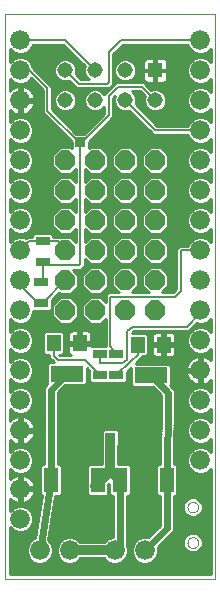
<source format=gbl>
G75*
%MOIN*%
%OFA0B0*%
%FSLAX24Y24*%
%IPPOS*%
%LPD*%
%AMOC8*
5,1,8,0,0,1.08239X$1,22.5*
%
%ADD10C,0.0000*%
%ADD11C,0.0515*%
%ADD12R,0.0515X0.0515*%
%ADD13R,0.1102X0.0551*%
%ADD14R,0.0472X0.0551*%
%ADD15R,0.0500X0.0827*%
%ADD16C,0.0660*%
%ADD17R,0.0472X0.0315*%
%ADD18OC8,0.0660*%
%ADD19C,0.0100*%
%ADD20C,0.0240*%
%ADD21C,0.0080*%
%ADD22R,0.0356X0.0356*%
%ADD23C,0.0320*%
D10*
X000150Y000200D02*
X000150Y019020D01*
X007142Y019020D01*
X007142Y000200D01*
X000150Y000200D01*
X006223Y001409D02*
X006225Y001435D01*
X006231Y001461D01*
X006241Y001486D01*
X006254Y001509D01*
X006270Y001529D01*
X006290Y001547D01*
X006312Y001562D01*
X006335Y001574D01*
X006361Y001582D01*
X006387Y001586D01*
X006413Y001586D01*
X006439Y001582D01*
X006465Y001574D01*
X006489Y001562D01*
X006510Y001547D01*
X006530Y001529D01*
X006546Y001509D01*
X006559Y001486D01*
X006569Y001461D01*
X006575Y001435D01*
X006577Y001409D01*
X006575Y001383D01*
X006569Y001357D01*
X006559Y001332D01*
X006546Y001309D01*
X006530Y001289D01*
X006510Y001271D01*
X006488Y001256D01*
X006465Y001244D01*
X006439Y001236D01*
X006413Y001232D01*
X006387Y001232D01*
X006361Y001236D01*
X006335Y001244D01*
X006311Y001256D01*
X006290Y001271D01*
X006270Y001289D01*
X006254Y001309D01*
X006241Y001332D01*
X006231Y001357D01*
X006225Y001383D01*
X006223Y001409D01*
X006223Y002591D02*
X006225Y002617D01*
X006231Y002643D01*
X006241Y002668D01*
X006254Y002691D01*
X006270Y002711D01*
X006290Y002729D01*
X006312Y002744D01*
X006335Y002756D01*
X006361Y002764D01*
X006387Y002768D01*
X006413Y002768D01*
X006439Y002764D01*
X006465Y002756D01*
X006489Y002744D01*
X006510Y002729D01*
X006530Y002711D01*
X006546Y002691D01*
X006559Y002668D01*
X006569Y002643D01*
X006575Y002617D01*
X006577Y002591D01*
X006575Y002565D01*
X006569Y002539D01*
X006559Y002514D01*
X006546Y002491D01*
X006530Y002471D01*
X006510Y002453D01*
X006488Y002438D01*
X006465Y002426D01*
X006439Y002418D01*
X006413Y002414D01*
X006387Y002414D01*
X006361Y002418D01*
X006335Y002426D01*
X006311Y002438D01*
X006290Y002453D01*
X006270Y002471D01*
X006254Y002491D01*
X006241Y002514D01*
X006231Y002539D01*
X006225Y002565D01*
X006223Y002591D01*
D11*
X005150Y016150D03*
X004150Y016150D03*
X004150Y017150D03*
X003150Y017150D03*
X003150Y016150D03*
X002150Y016150D03*
X002150Y017150D03*
D12*
X005150Y017150D03*
D13*
X005000Y006988D03*
X002200Y007038D03*
D14*
X001767Y008062D03*
X002633Y008062D03*
X004567Y008012D03*
X005433Y008012D03*
D15*
X005530Y003500D03*
X003970Y003500D03*
X003230Y003500D03*
X001670Y003500D03*
D16*
X000650Y003200D03*
X000650Y004150D03*
X000650Y005150D03*
X000650Y006150D03*
X000650Y007150D03*
X000650Y008150D03*
X000650Y009150D03*
X000650Y010150D03*
X000650Y011150D03*
X000650Y012150D03*
X000650Y013150D03*
X000650Y014150D03*
X000650Y015150D03*
X000650Y016150D03*
X000650Y017150D03*
X000650Y018150D03*
X006650Y018150D03*
X006650Y017150D03*
X006650Y016150D03*
X006650Y015150D03*
X006650Y014150D03*
X006650Y013150D03*
X006650Y012150D03*
X006650Y011150D03*
X006650Y010150D03*
X006650Y009150D03*
X006650Y008150D03*
X006650Y007150D03*
X006650Y006150D03*
X006650Y005150D03*
X006650Y004150D03*
X004800Y001150D03*
X003800Y001150D03*
X002300Y001150D03*
X001300Y001150D03*
X000650Y002200D03*
D17*
X003300Y006996D03*
X003300Y007704D03*
X003850Y007704D03*
X003850Y006996D03*
X001400Y010746D03*
X001350Y010104D03*
X001350Y009396D03*
X001400Y011454D03*
D18*
X002150Y011150D03*
X002150Y010150D03*
X002150Y009150D03*
X003150Y009150D03*
X003150Y010150D03*
X003150Y011150D03*
X003150Y012150D03*
X003150Y013150D03*
X003150Y014150D03*
X002150Y014150D03*
X002150Y013150D03*
X002150Y012150D03*
X004150Y012150D03*
X004150Y011150D03*
X004150Y010150D03*
X004150Y009150D03*
X005150Y009150D03*
X005150Y010150D03*
X005150Y011150D03*
X005150Y012150D03*
X005150Y013150D03*
X005150Y014150D03*
X004150Y014150D03*
X004150Y013150D03*
D19*
X004332Y013590D02*
X003968Y013590D01*
X003710Y013332D01*
X003710Y012968D01*
X003968Y012710D01*
X004332Y012710D01*
X004590Y012968D01*
X004590Y013332D01*
X004332Y013590D01*
X004332Y013710D02*
X004590Y013968D01*
X004590Y014332D01*
X004332Y014590D01*
X003968Y014590D01*
X003710Y014332D01*
X003710Y013968D01*
X003968Y013710D01*
X004332Y013710D01*
X004410Y013788D02*
X004890Y013788D01*
X004968Y013710D02*
X005332Y013710D01*
X005590Y013968D01*
X005590Y014332D01*
X005332Y014590D01*
X004968Y014590D01*
X004710Y014332D01*
X004710Y013968D01*
X004968Y013710D01*
X004968Y013590D02*
X004710Y013332D01*
X004710Y012968D01*
X004968Y012710D01*
X005332Y012710D01*
X005590Y012968D01*
X005590Y013332D01*
X005332Y013590D01*
X004968Y013590D01*
X004870Y013493D02*
X004430Y013493D01*
X004528Y013394D02*
X004772Y013394D01*
X004710Y013296D02*
X004590Y013296D01*
X004590Y013197D02*
X004710Y013197D01*
X004710Y013099D02*
X004590Y013099D01*
X004590Y013000D02*
X004710Y013000D01*
X004776Y012902D02*
X004524Y012902D01*
X004425Y012803D02*
X004875Y012803D01*
X004968Y012590D02*
X004710Y012332D01*
X004710Y011968D01*
X004968Y011710D01*
X005332Y011710D01*
X005590Y011968D01*
X005590Y012332D01*
X005332Y012590D01*
X004968Y012590D01*
X004885Y012508D02*
X004415Y012508D01*
X004332Y012590D02*
X003968Y012590D01*
X003710Y012332D01*
X003710Y011968D01*
X003968Y011710D01*
X004332Y011710D01*
X004590Y011968D01*
X004590Y012332D01*
X004332Y012590D01*
X004513Y012409D02*
X004787Y012409D01*
X004710Y012311D02*
X004590Y012311D01*
X004590Y012212D02*
X004710Y012212D01*
X004710Y012114D02*
X004590Y012114D01*
X004590Y012015D02*
X004710Y012015D01*
X004761Y011917D02*
X004539Y011917D01*
X004440Y011818D02*
X004860Y011818D01*
X004958Y011720D02*
X004342Y011720D01*
X004332Y011590D02*
X003968Y011590D01*
X003710Y011332D01*
X003710Y010968D01*
X003968Y010710D01*
X004332Y010710D01*
X004590Y010968D01*
X004590Y011332D01*
X004332Y011590D01*
X004400Y011523D02*
X004900Y011523D01*
X004968Y011590D02*
X004710Y011332D01*
X004710Y010968D01*
X004968Y010710D01*
X005332Y010710D01*
X005590Y010968D01*
X005590Y011332D01*
X005332Y011590D01*
X004968Y011590D01*
X004802Y011424D02*
X004498Y011424D01*
X004590Y011326D02*
X004710Y011326D01*
X004710Y011227D02*
X004590Y011227D01*
X004590Y011129D02*
X004710Y011129D01*
X004710Y011030D02*
X004590Y011030D01*
X004554Y010932D02*
X004746Y010932D01*
X004845Y010833D02*
X004455Y010833D01*
X004357Y010735D02*
X004943Y010735D01*
X004968Y010590D02*
X004710Y010332D01*
X004710Y009968D01*
X004928Y009750D01*
X004372Y009750D01*
X004590Y009968D01*
X004590Y010332D01*
X004332Y010590D01*
X003968Y010590D01*
X003710Y010332D01*
X003710Y009968D01*
X003928Y009750D01*
X003588Y009750D01*
X003500Y009662D01*
X003500Y009422D01*
X003332Y009590D01*
X002968Y009590D01*
X002710Y009332D01*
X002710Y008968D01*
X002968Y008710D01*
X003332Y008710D01*
X003500Y008878D01*
X003500Y007972D01*
X003019Y007972D01*
X003019Y008012D01*
X002683Y008012D01*
X002683Y008112D01*
X002583Y008112D01*
X002583Y008487D01*
X002377Y008487D01*
X002339Y008477D01*
X002305Y008457D01*
X002277Y008430D01*
X002257Y008395D01*
X002247Y008357D01*
X002247Y008112D01*
X002583Y008112D01*
X002583Y008012D01*
X002247Y008012D01*
X002247Y007766D01*
X002257Y007728D01*
X002277Y007694D01*
X002305Y007666D01*
X002333Y007650D01*
X001962Y007650D01*
X001936Y007676D01*
X002049Y007676D01*
X002113Y007741D01*
X002113Y008383D01*
X002049Y008447D01*
X001485Y008447D01*
X001421Y008383D01*
X001421Y007741D01*
X001485Y007676D01*
X001617Y007676D01*
X001617Y007571D01*
X001705Y007483D01*
X001764Y007424D01*
X001603Y007424D01*
X001539Y007359D01*
X001539Y006717D01*
X001546Y006710D01*
X001440Y006604D01*
X001440Y004023D01*
X001375Y004023D01*
X001310Y003959D01*
X001310Y003041D01*
X001359Y002993D01*
X001135Y001558D01*
X001051Y001523D01*
X000927Y001399D01*
X000860Y001238D01*
X000860Y001062D01*
X000927Y000901D01*
X001051Y000777D01*
X001212Y000710D01*
X001388Y000710D01*
X001549Y000777D01*
X001673Y000901D01*
X001740Y001062D01*
X001740Y001238D01*
X001673Y001399D01*
X001589Y001483D01*
X001822Y002977D01*
X001966Y002977D01*
X002030Y003041D01*
X002030Y003959D01*
X001966Y004023D01*
X001900Y004023D01*
X001900Y006413D01*
X002140Y006653D01*
X002797Y006653D01*
X002861Y006717D01*
X002861Y007222D01*
X002954Y007130D01*
X002954Y006793D01*
X003018Y006728D01*
X004132Y006728D01*
X004196Y006793D01*
X004196Y007105D01*
X004339Y007234D01*
X004339Y006667D01*
X004403Y006603D01*
X005060Y006603D01*
X005348Y006315D01*
X005308Y004023D01*
X005234Y004023D01*
X005170Y003959D01*
X005170Y003041D01*
X005234Y002977D01*
X005300Y002977D01*
X005300Y001975D01*
X004907Y001582D01*
X004888Y001590D01*
X004712Y001590D01*
X004551Y001523D01*
X004427Y001399D01*
X004360Y001238D01*
X004360Y001062D01*
X004427Y000901D01*
X004551Y000777D01*
X004712Y000710D01*
X004888Y000710D01*
X005049Y000777D01*
X005173Y000901D01*
X005240Y001062D01*
X005240Y001238D01*
X005232Y001257D01*
X005760Y001784D01*
X005760Y002977D01*
X005825Y002977D01*
X005890Y003041D01*
X005890Y003959D01*
X005825Y004023D01*
X005769Y004023D01*
X005808Y006312D01*
X005810Y006313D01*
X005810Y006407D01*
X005811Y006500D01*
X005810Y006502D01*
X005810Y006504D01*
X005744Y006570D01*
X005679Y006637D01*
X005676Y006637D01*
X005654Y006660D01*
X005661Y006667D01*
X005661Y007309D01*
X005597Y007374D01*
X004494Y007374D01*
X004497Y007376D01*
X004497Y007380D01*
X004500Y007384D01*
X004500Y007388D01*
X004629Y007517D01*
X004717Y007605D01*
X004717Y007626D01*
X004849Y007626D01*
X004913Y007691D01*
X004913Y008333D01*
X004849Y008397D01*
X004380Y008397D01*
X004450Y008450D01*
X006262Y008450D01*
X006534Y008722D01*
X006562Y008710D01*
X006738Y008710D01*
X006899Y008777D01*
X006992Y008870D01*
X006992Y008430D01*
X006899Y008523D01*
X006738Y008590D01*
X006562Y008590D01*
X006401Y008523D01*
X006277Y008399D01*
X006210Y008238D01*
X006210Y008062D01*
X006277Y007901D01*
X006401Y007777D01*
X006562Y007710D01*
X006738Y007710D01*
X006899Y007777D01*
X006992Y007870D01*
X006992Y007487D01*
X006963Y007516D01*
X006902Y007561D01*
X006834Y007595D01*
X006762Y007618D01*
X006698Y007628D01*
X006698Y007198D01*
X006602Y007198D01*
X006602Y007102D01*
X006698Y007102D01*
X006698Y006672D01*
X006762Y006682D01*
X006834Y006705D01*
X006902Y006739D01*
X006963Y006784D01*
X006992Y006813D01*
X006992Y006430D01*
X006899Y006523D01*
X006738Y006590D01*
X006562Y006590D01*
X006401Y006523D01*
X006277Y006399D01*
X006210Y006238D01*
X006210Y006062D01*
X006277Y005901D01*
X006401Y005777D01*
X006562Y005710D01*
X006738Y005710D01*
X006899Y005777D01*
X006992Y005870D01*
X006992Y005430D01*
X006899Y005523D01*
X006738Y005590D01*
X006562Y005590D01*
X006401Y005523D01*
X006277Y005399D01*
X006210Y005238D01*
X006210Y005062D01*
X006277Y004901D01*
X006401Y004777D01*
X006562Y004710D01*
X006738Y004710D01*
X006899Y004777D01*
X006992Y004870D01*
X006992Y004430D01*
X006899Y004523D01*
X006738Y004590D01*
X006562Y004590D01*
X006401Y004523D01*
X006277Y004399D01*
X006210Y004238D01*
X006210Y004062D01*
X006277Y003901D01*
X006401Y003777D01*
X006562Y003710D01*
X006738Y003710D01*
X006899Y003777D01*
X006992Y003870D01*
X006992Y000350D01*
X000300Y000350D01*
X000300Y001928D01*
X000401Y001827D01*
X000562Y001760D01*
X000738Y001760D01*
X000899Y001827D01*
X001023Y001951D01*
X001090Y002112D01*
X001090Y002288D01*
X001023Y002449D01*
X000899Y002573D01*
X000738Y002640D01*
X000562Y002640D01*
X000401Y002573D01*
X000300Y002472D01*
X000300Y002871D01*
X000337Y002834D01*
X000398Y002789D01*
X000466Y002755D01*
X000538Y002732D01*
X000602Y002722D01*
X000602Y003152D01*
X000698Y003152D01*
X000698Y003248D01*
X000602Y003248D01*
X000602Y003678D01*
X000538Y003668D01*
X000466Y003645D01*
X000398Y003611D01*
X000337Y003566D01*
X000300Y003529D01*
X000300Y003878D01*
X000401Y003777D01*
X000562Y003710D01*
X000738Y003710D01*
X000899Y003777D01*
X001023Y003901D01*
X001090Y004062D01*
X001090Y004238D01*
X001023Y004399D01*
X000899Y004523D01*
X000738Y004590D01*
X000562Y004590D01*
X000401Y004523D01*
X000300Y004422D01*
X000300Y004821D01*
X000337Y004784D01*
X000398Y004739D01*
X000466Y004705D01*
X000538Y004682D01*
X000602Y004672D01*
X000602Y005102D01*
X000698Y005102D01*
X000698Y005198D01*
X000602Y005198D01*
X000602Y005628D01*
X000538Y005618D01*
X000466Y005595D01*
X000398Y005561D01*
X000337Y005516D01*
X000300Y005479D01*
X000300Y005878D01*
X000401Y005777D01*
X000562Y005710D01*
X000738Y005710D01*
X000899Y005777D01*
X001023Y005901D01*
X001090Y006062D01*
X001090Y006238D01*
X001023Y006399D01*
X000899Y006523D01*
X000738Y006590D01*
X000562Y006590D01*
X000401Y006523D01*
X000300Y006422D01*
X000300Y006878D01*
X000401Y006777D01*
X000562Y006710D01*
X000738Y006710D01*
X000899Y006777D01*
X001023Y006901D01*
X001090Y007062D01*
X001090Y007238D01*
X001023Y007399D01*
X000899Y007523D01*
X000738Y007590D01*
X000562Y007590D01*
X000401Y007523D01*
X000300Y007422D01*
X000300Y007878D01*
X000401Y007777D01*
X000562Y007710D01*
X000738Y007710D01*
X000899Y007777D01*
X001023Y007901D01*
X001090Y008062D01*
X001090Y008238D01*
X001023Y008399D01*
X000899Y008523D01*
X000738Y008590D01*
X000562Y008590D01*
X000401Y008523D01*
X000300Y008422D01*
X000300Y008878D01*
X000401Y008777D01*
X000562Y008710D01*
X000738Y008710D01*
X000899Y008777D01*
X001023Y008901D01*
X001090Y009062D01*
X001090Y009128D01*
X001632Y009128D01*
X001696Y009193D01*
X001696Y009484D01*
X001945Y009733D01*
X001968Y009710D01*
X002332Y009710D01*
X002590Y009968D01*
X002590Y010332D01*
X002422Y010500D01*
X002662Y010500D01*
X002712Y010550D01*
X002800Y010638D01*
X002800Y010878D01*
X002968Y010710D01*
X003332Y010710D01*
X003590Y010968D01*
X003590Y011332D01*
X003332Y011590D01*
X002968Y011590D01*
X002800Y011422D01*
X002800Y011878D01*
X002968Y011710D01*
X003332Y011710D01*
X003590Y011968D01*
X003590Y012332D01*
X003332Y012590D01*
X002968Y012590D01*
X002800Y012422D01*
X002800Y012878D01*
X002968Y012710D01*
X003332Y012710D01*
X003590Y012968D01*
X003590Y013332D01*
X003332Y013590D01*
X002968Y013590D01*
X002800Y013422D01*
X002800Y013878D01*
X002968Y013710D01*
X003332Y013710D01*
X003590Y013968D01*
X003590Y014332D01*
X003332Y014590D01*
X002968Y014590D01*
X002938Y014560D01*
X002938Y014776D01*
X003750Y015588D01*
X003750Y016238D01*
X003816Y016304D01*
X003783Y016223D01*
X003783Y016077D01*
X003838Y015942D01*
X003942Y015838D01*
X004077Y015783D01*
X004223Y015783D01*
X004281Y015807D01*
X005000Y015088D01*
X005088Y015000D01*
X006236Y015000D01*
X006277Y014901D01*
X006401Y014777D01*
X006562Y014710D01*
X006738Y014710D01*
X006899Y014777D01*
X006992Y014870D01*
X006992Y014430D01*
X006899Y014523D01*
X006738Y014590D01*
X006562Y014590D01*
X006401Y014523D01*
X006277Y014399D01*
X006210Y014238D01*
X006210Y014062D01*
X006277Y013901D01*
X006401Y013777D01*
X006562Y013710D01*
X006738Y013710D01*
X006899Y013777D01*
X006992Y013870D01*
X006992Y013430D01*
X006899Y013523D01*
X006738Y013590D01*
X006562Y013590D01*
X006401Y013523D01*
X006277Y013399D01*
X006210Y013238D01*
X006210Y013062D01*
X006277Y012901D01*
X006401Y012777D01*
X006562Y012710D01*
X006738Y012710D01*
X006899Y012777D01*
X006992Y012870D01*
X006992Y012430D01*
X006899Y012523D01*
X006738Y012590D01*
X006562Y012590D01*
X006401Y012523D01*
X006277Y012399D01*
X006210Y012238D01*
X006210Y012062D01*
X006277Y011901D01*
X006401Y011777D01*
X006562Y011710D01*
X006738Y011710D01*
X006899Y011777D01*
X006992Y011870D01*
X006992Y011430D01*
X006899Y011523D01*
X006738Y011590D01*
X006562Y011590D01*
X006401Y011523D01*
X006277Y011399D01*
X006236Y011300D01*
X005938Y011300D01*
X005850Y011212D01*
X005850Y009862D01*
X005738Y009750D01*
X005372Y009750D01*
X005590Y009968D01*
X005590Y010332D01*
X005332Y010590D01*
X004968Y010590D01*
X004915Y010538D02*
X004385Y010538D01*
X004483Y010439D02*
X004817Y010439D01*
X004718Y010341D02*
X004582Y010341D01*
X004590Y010242D02*
X004710Y010242D01*
X004710Y010144D02*
X004590Y010144D01*
X004590Y010045D02*
X004710Y010045D01*
X004731Y009947D02*
X004569Y009947D01*
X004470Y009848D02*
X004830Y009848D01*
X005357Y010735D02*
X005850Y010735D01*
X005850Y010833D02*
X005455Y010833D01*
X005554Y010932D02*
X005850Y010932D01*
X005850Y011030D02*
X005590Y011030D01*
X005590Y011129D02*
X005850Y011129D01*
X005865Y011227D02*
X005590Y011227D01*
X005590Y011326D02*
X006246Y011326D01*
X006302Y011424D02*
X005498Y011424D01*
X005400Y011523D02*
X006400Y011523D01*
X006539Y011720D02*
X005342Y011720D01*
X005440Y011818D02*
X006360Y011818D01*
X006270Y011917D02*
X005539Y011917D01*
X005590Y012015D02*
X006230Y012015D01*
X006210Y012114D02*
X005590Y012114D01*
X005590Y012212D02*
X006210Y012212D01*
X006240Y012311D02*
X005590Y012311D01*
X005513Y012409D02*
X006287Y012409D01*
X006385Y012508D02*
X005415Y012508D01*
X005425Y012803D02*
X006375Y012803D01*
X006277Y012902D02*
X005524Y012902D01*
X005590Y013000D02*
X006236Y013000D01*
X006210Y013099D02*
X005590Y013099D01*
X005590Y013197D02*
X006210Y013197D01*
X006234Y013296D02*
X005590Y013296D01*
X005528Y013394D02*
X006275Y013394D01*
X006370Y013493D02*
X005430Y013493D01*
X005410Y013788D02*
X006390Y013788D01*
X006291Y013887D02*
X005509Y013887D01*
X005590Y013985D02*
X006242Y013985D01*
X006210Y014084D02*
X005590Y014084D01*
X005590Y014182D02*
X006210Y014182D01*
X006228Y014281D02*
X005590Y014281D01*
X005543Y014379D02*
X006269Y014379D01*
X006355Y014478D02*
X005445Y014478D01*
X005346Y014576D02*
X006529Y014576D01*
X006410Y014773D02*
X002938Y014773D01*
X002938Y014675D02*
X006992Y014675D01*
X006992Y014773D02*
X006890Y014773D01*
X006992Y014576D02*
X006771Y014576D01*
X006945Y014478D02*
X006992Y014478D01*
X006992Y013788D02*
X006910Y013788D01*
X006992Y013690D02*
X002800Y013690D01*
X002800Y013788D02*
X002890Y013788D01*
X002800Y013591D02*
X006992Y013591D01*
X006992Y013493D02*
X006930Y013493D01*
X006925Y012803D02*
X006992Y012803D01*
X006992Y012705D02*
X002800Y012705D01*
X002800Y012803D02*
X002875Y012803D01*
X002800Y012606D02*
X006992Y012606D01*
X006992Y012508D02*
X006915Y012508D01*
X006940Y011818D02*
X006992Y011818D01*
X006992Y011720D02*
X006761Y011720D01*
X006900Y011523D02*
X006992Y011523D01*
X006992Y011621D02*
X002800Y011621D01*
X002800Y011523D02*
X002900Y011523D01*
X002802Y011424D02*
X002800Y011424D01*
X002800Y011720D02*
X002958Y011720D01*
X002860Y011818D02*
X002800Y011818D01*
X002800Y012508D02*
X002885Y012508D01*
X002500Y012508D02*
X002415Y012508D01*
X002332Y012590D02*
X001968Y012590D01*
X001710Y012332D01*
X001710Y011968D01*
X001968Y011710D01*
X002332Y011710D01*
X002500Y011878D01*
X002500Y011422D01*
X002332Y011590D01*
X001972Y011590D01*
X001962Y011600D01*
X001746Y011600D01*
X001746Y011657D01*
X001682Y011722D01*
X001118Y011722D01*
X001054Y011657D01*
X001054Y011604D01*
X000892Y011604D01*
X000837Y011549D01*
X000738Y011590D01*
X000562Y011590D01*
X000401Y011523D01*
X000300Y011422D01*
X000300Y011878D01*
X000401Y011777D01*
X000562Y011710D01*
X000738Y011710D01*
X000899Y011777D01*
X001023Y011901D01*
X001090Y012062D01*
X001090Y012238D01*
X001023Y012399D01*
X000899Y012523D01*
X000738Y012590D01*
X000562Y012590D01*
X000401Y012523D01*
X000300Y012422D01*
X000300Y012878D01*
X000401Y012777D01*
X000562Y012710D01*
X000738Y012710D01*
X000899Y012777D01*
X001023Y012901D01*
X001090Y013062D01*
X001090Y013238D01*
X001023Y013399D01*
X000899Y013523D01*
X000738Y013590D01*
X000562Y013590D01*
X000401Y013523D01*
X000300Y013422D01*
X000300Y013878D01*
X000401Y013777D01*
X000562Y013710D01*
X000738Y013710D01*
X000899Y013777D01*
X001023Y013901D01*
X001090Y014062D01*
X001090Y014238D01*
X001023Y014399D01*
X000899Y014523D01*
X000738Y014590D01*
X000562Y014590D01*
X000401Y014523D01*
X000300Y014422D01*
X000300Y014878D01*
X000401Y014777D01*
X000562Y014710D01*
X000738Y014710D01*
X000899Y014777D01*
X001023Y014901D01*
X001090Y015062D01*
X001090Y015238D01*
X001023Y015399D01*
X000899Y015523D01*
X000738Y015590D01*
X000562Y015590D01*
X000401Y015523D01*
X000300Y015422D01*
X000300Y015821D01*
X000337Y015784D01*
X000398Y015739D01*
X000466Y015705D01*
X000538Y015682D01*
X000602Y015672D01*
X000602Y016102D01*
X000698Y016102D01*
X000698Y016198D01*
X000602Y016198D01*
X000602Y016628D01*
X000538Y016618D01*
X000466Y016595D01*
X000398Y016561D01*
X000337Y016516D01*
X000300Y016479D01*
X000300Y016878D01*
X000401Y016777D01*
X000562Y016710D01*
X000738Y016710D01*
X000899Y016777D01*
X001005Y016883D01*
X001400Y016488D01*
X001400Y015738D01*
X001488Y015650D01*
X002362Y014776D01*
X002362Y014560D01*
X002332Y014590D01*
X001968Y014590D01*
X001710Y014332D01*
X001710Y013968D01*
X001968Y013710D01*
X002332Y013710D01*
X002500Y013878D01*
X002500Y013422D01*
X002332Y013590D01*
X001968Y013590D01*
X001710Y013332D01*
X001710Y012968D01*
X001968Y012710D01*
X002332Y012710D01*
X002500Y012878D01*
X002500Y012422D01*
X002332Y012590D01*
X002425Y012803D02*
X002500Y012803D01*
X002500Y012705D02*
X000300Y012705D01*
X000300Y012803D02*
X000375Y012803D01*
X000300Y012606D02*
X002500Y012606D01*
X002500Y011818D02*
X002440Y011818D01*
X002500Y011720D02*
X002342Y011720D01*
X002400Y011523D02*
X002500Y011523D01*
X002500Y011621D02*
X001746Y011621D01*
X001684Y011720D02*
X001958Y011720D01*
X001860Y011818D02*
X000940Y011818D01*
X001030Y011917D02*
X001761Y011917D01*
X001710Y012015D02*
X001070Y012015D01*
X001090Y012114D02*
X001710Y012114D01*
X001710Y012212D02*
X001090Y012212D01*
X001060Y012311D02*
X001710Y012311D01*
X001787Y012409D02*
X001013Y012409D01*
X000915Y012508D02*
X001885Y012508D01*
X001875Y012803D02*
X000925Y012803D01*
X001023Y012902D02*
X001776Y012902D01*
X001710Y013000D02*
X001064Y013000D01*
X001090Y013099D02*
X001710Y013099D01*
X001710Y013197D02*
X001090Y013197D01*
X001066Y013296D02*
X001710Y013296D01*
X001772Y013394D02*
X001025Y013394D01*
X000930Y013493D02*
X001870Y013493D01*
X001890Y013788D02*
X000910Y013788D01*
X001009Y013887D02*
X001791Y013887D01*
X001710Y013985D02*
X001058Y013985D01*
X001090Y014084D02*
X001710Y014084D01*
X001710Y014182D02*
X001090Y014182D01*
X001072Y014281D02*
X001710Y014281D01*
X001757Y014379D02*
X001031Y014379D01*
X000945Y014478D02*
X001855Y014478D01*
X001954Y014576D02*
X000771Y014576D01*
X000890Y014773D02*
X002362Y014773D01*
X002362Y014675D02*
X000300Y014675D01*
X000300Y014773D02*
X000410Y014773D01*
X000300Y014576D02*
X000529Y014576D01*
X000355Y014478D02*
X000300Y014478D01*
X000300Y014872D02*
X000306Y014872D01*
X000300Y015463D02*
X000340Y015463D01*
X000300Y015561D02*
X000493Y015561D01*
X000602Y015758D02*
X000698Y015758D01*
X000698Y015672D02*
X000762Y015682D01*
X000834Y015705D01*
X000902Y015739D01*
X000963Y015784D01*
X001016Y015837D01*
X001061Y015898D01*
X001095Y015966D01*
X001118Y016038D01*
X001128Y016102D01*
X000698Y016102D01*
X000698Y015672D01*
X000807Y015561D02*
X001577Y015561D01*
X001675Y015463D02*
X000960Y015463D01*
X001038Y015364D02*
X001774Y015364D01*
X001872Y015266D02*
X001078Y015266D01*
X001090Y015167D02*
X001971Y015167D01*
X002069Y015069D02*
X001090Y015069D01*
X001052Y014970D02*
X002168Y014970D01*
X002266Y014872D02*
X000994Y014872D01*
X000927Y015758D02*
X001400Y015758D01*
X001400Y015857D02*
X001030Y015857D01*
X001089Y015955D02*
X001400Y015955D01*
X001400Y016054D02*
X001121Y016054D01*
X001128Y016198D02*
X001118Y016262D01*
X001095Y016334D01*
X001061Y016402D01*
X001016Y016463D01*
X000963Y016516D01*
X000902Y016561D01*
X000834Y016595D01*
X000762Y016618D01*
X000698Y016628D01*
X000698Y016198D01*
X001128Y016198D01*
X001120Y016251D02*
X001400Y016251D01*
X001400Y016349D02*
X001087Y016349D01*
X001027Y016448D02*
X001400Y016448D01*
X001342Y016546D02*
X000922Y016546D01*
X000817Y016743D02*
X001145Y016743D01*
X001046Y016842D02*
X000964Y016842D01*
X001100Y017212D02*
X001090Y017222D01*
X001090Y017238D01*
X001023Y017399D01*
X000899Y017523D01*
X000738Y017590D01*
X000562Y017590D01*
X000401Y017523D01*
X000300Y017422D01*
X000300Y017878D01*
X000401Y017777D01*
X000562Y017710D01*
X000738Y017710D01*
X000899Y017777D01*
X001023Y017901D01*
X001064Y018000D01*
X002088Y018000D01*
X002807Y017281D01*
X002783Y017223D01*
X002783Y017077D01*
X002838Y016942D01*
X002930Y016850D01*
X002662Y016850D01*
X002493Y017019D01*
X002517Y017077D01*
X002517Y017223D01*
X002462Y017358D01*
X002358Y017462D01*
X002223Y017517D01*
X002077Y017517D01*
X001942Y017462D01*
X001838Y017358D01*
X001783Y017223D01*
X001783Y017077D01*
X001838Y016942D01*
X001942Y016838D01*
X002077Y016783D01*
X002223Y016783D01*
X002281Y016807D01*
X002450Y016638D01*
X002538Y016550D01*
X003612Y016550D01*
X003662Y016600D01*
X003750Y016688D01*
X003750Y017688D01*
X004062Y018000D01*
X006236Y018000D01*
X006277Y017901D01*
X006401Y017777D01*
X006562Y017710D01*
X006738Y017710D01*
X006899Y017777D01*
X006992Y017870D01*
X006992Y017430D01*
X006899Y017523D01*
X006738Y017590D01*
X006562Y017590D01*
X006401Y017523D01*
X006277Y017399D01*
X006210Y017238D01*
X006210Y017062D01*
X006277Y016901D01*
X006401Y016777D01*
X006562Y016710D01*
X006738Y016710D01*
X006899Y016777D01*
X006992Y016870D01*
X006992Y016430D01*
X006899Y016523D01*
X006738Y016590D01*
X006562Y016590D01*
X006401Y016523D01*
X006277Y016399D01*
X006210Y016238D01*
X006210Y016062D01*
X006277Y015901D01*
X006401Y015777D01*
X006562Y015710D01*
X006738Y015710D01*
X006899Y015777D01*
X006992Y015870D01*
X006992Y015430D01*
X006899Y015523D01*
X006738Y015590D01*
X006562Y015590D01*
X006401Y015523D01*
X006277Y015399D01*
X006236Y015300D01*
X005212Y015300D01*
X004493Y016019D01*
X004517Y016077D01*
X004517Y016223D01*
X004462Y016358D01*
X004370Y016450D01*
X004638Y016450D01*
X004807Y016281D01*
X004783Y016223D01*
X004783Y016077D01*
X004838Y015942D01*
X004942Y015838D01*
X005077Y015783D01*
X005223Y015783D01*
X005358Y015838D01*
X005462Y015942D01*
X005517Y016077D01*
X005517Y016223D01*
X005462Y016358D01*
X005358Y016462D01*
X005223Y016517D01*
X005077Y016517D01*
X005019Y016493D01*
X004850Y016662D01*
X004762Y016750D01*
X003838Y016750D01*
X003538Y016450D01*
X003454Y016366D01*
X003358Y016462D01*
X003223Y016517D01*
X003077Y016517D01*
X002942Y016462D01*
X002838Y016358D01*
X002783Y016223D01*
X002783Y016077D01*
X002838Y015942D01*
X002942Y015838D01*
X003077Y015783D01*
X003223Y015783D01*
X003358Y015838D01*
X003450Y015930D01*
X003450Y015712D01*
X002776Y015038D01*
X002524Y015038D01*
X001700Y015862D01*
X001700Y016612D01*
X001100Y017212D01*
X001090Y017236D02*
X001788Y017236D01*
X001783Y017137D02*
X001175Y017137D01*
X001274Y017039D02*
X001798Y017039D01*
X001840Y016940D02*
X001372Y016940D01*
X001243Y016645D02*
X000300Y016645D01*
X000300Y016743D02*
X000483Y016743D01*
X000602Y016546D02*
X000698Y016546D01*
X000698Y016448D02*
X000602Y016448D01*
X000602Y016349D02*
X000698Y016349D01*
X000698Y016251D02*
X000602Y016251D01*
X000602Y016054D02*
X000698Y016054D01*
X000698Y016152D02*
X001400Y016152D01*
X001478Y015660D02*
X000300Y015660D01*
X000300Y015758D02*
X000373Y015758D01*
X000602Y015857D02*
X000698Y015857D01*
X000698Y015955D02*
X000602Y015955D01*
X000378Y016546D02*
X000300Y016546D01*
X000300Y016842D02*
X000336Y016842D01*
X000310Y017433D02*
X000300Y017433D01*
X000300Y017531D02*
X000420Y017531D01*
X000519Y017728D02*
X000300Y017728D01*
X000300Y017630D02*
X002458Y017630D01*
X002360Y017728D02*
X000781Y017728D01*
X000880Y017531D02*
X002557Y017531D01*
X002655Y017433D02*
X002387Y017433D01*
X002472Y017334D02*
X002754Y017334D01*
X002788Y017236D02*
X002512Y017236D01*
X002517Y017137D02*
X002783Y017137D01*
X002798Y017039D02*
X002502Y017039D01*
X002572Y016940D02*
X002840Y016940D01*
X002928Y016448D02*
X002372Y016448D01*
X002358Y016462D02*
X002223Y016517D01*
X002077Y016517D01*
X001942Y016462D01*
X001838Y016358D01*
X001783Y016223D01*
X001783Y016077D01*
X001838Y015942D01*
X001942Y015838D01*
X002077Y015783D01*
X002223Y015783D01*
X002358Y015838D01*
X002462Y015942D01*
X002517Y016077D01*
X002517Y016223D01*
X002462Y016358D01*
X002358Y016462D01*
X002443Y016645D02*
X001668Y016645D01*
X001700Y016546D02*
X003634Y016546D01*
X003707Y016645D02*
X003732Y016645D01*
X003750Y016743D02*
X003831Y016743D01*
X003750Y016842D02*
X003939Y016842D01*
X003942Y016838D02*
X004077Y016783D01*
X004223Y016783D01*
X004358Y016838D01*
X004462Y016942D01*
X004517Y017077D01*
X004517Y017223D01*
X004462Y017358D01*
X004358Y017462D01*
X004223Y017517D01*
X004077Y017517D01*
X003942Y017462D01*
X003838Y017358D01*
X003783Y017223D01*
X003783Y017077D01*
X003838Y016942D01*
X003942Y016838D01*
X003840Y016940D02*
X003750Y016940D01*
X003750Y017039D02*
X003798Y017039D01*
X003783Y017137D02*
X003750Y017137D01*
X003750Y017236D02*
X003788Y017236D01*
X003750Y017334D02*
X003828Y017334D01*
X003750Y017433D02*
X003913Y017433D01*
X003790Y017728D02*
X006519Y017728D01*
X006420Y017531D02*
X005493Y017531D01*
X005500Y017528D02*
X005465Y017547D01*
X005427Y017557D01*
X005179Y017557D01*
X005179Y017179D01*
X005557Y017179D01*
X005557Y017427D01*
X005547Y017465D01*
X005528Y017500D01*
X005500Y017528D01*
X005556Y017433D02*
X006310Y017433D01*
X006250Y017334D02*
X005557Y017334D01*
X005557Y017236D02*
X006210Y017236D01*
X006210Y017137D02*
X005179Y017137D01*
X005179Y017121D02*
X005179Y017179D01*
X005121Y017179D01*
X005121Y017557D01*
X004873Y017557D01*
X004835Y017547D01*
X004800Y017528D01*
X004772Y017500D01*
X004753Y017465D01*
X004743Y017427D01*
X004743Y017179D01*
X005121Y017179D01*
X005121Y017121D01*
X005179Y017121D01*
X005557Y017121D01*
X005557Y016873D01*
X005547Y016835D01*
X005528Y016800D01*
X005500Y016772D01*
X005465Y016753D01*
X005427Y016743D01*
X005179Y016743D01*
X005121Y016743D01*
X005121Y017121D01*
X004743Y017121D01*
X004743Y016873D01*
X004753Y016835D01*
X004772Y016800D01*
X004800Y016772D01*
X004835Y016753D01*
X004873Y016743D01*
X005121Y016743D01*
X005179Y016743D02*
X005179Y017121D01*
X005121Y017137D02*
X004517Y017137D01*
X004512Y017236D02*
X004743Y017236D01*
X004743Y017334D02*
X004472Y017334D01*
X004387Y017433D02*
X004744Y017433D01*
X004807Y017531D02*
X003750Y017531D01*
X003750Y017630D02*
X006992Y017630D01*
X006992Y017728D02*
X006781Y017728D01*
X006880Y017531D02*
X006992Y017531D01*
X006990Y017433D02*
X006992Y017433D01*
X006992Y017827D02*
X006949Y017827D01*
X006964Y016842D02*
X006992Y016842D01*
X006992Y016743D02*
X006817Y016743D01*
X006844Y016546D02*
X006992Y016546D01*
X006992Y016448D02*
X006975Y016448D01*
X006992Y016645D02*
X004868Y016645D01*
X004871Y016743D02*
X004769Y016743D01*
X004751Y016842D02*
X004361Y016842D01*
X004460Y016940D02*
X004743Y016940D01*
X004743Y017039D02*
X004502Y017039D01*
X004372Y016448D02*
X004640Y016448D01*
X004739Y016349D02*
X004465Y016349D01*
X004506Y016251D02*
X004794Y016251D01*
X004783Y016152D02*
X004517Y016152D01*
X004508Y016054D02*
X004792Y016054D01*
X004833Y015955D02*
X004557Y015955D01*
X004656Y015857D02*
X004924Y015857D01*
X004853Y015660D02*
X006992Y015660D01*
X006992Y015758D02*
X006853Y015758D01*
X006979Y015857D02*
X006992Y015857D01*
X006992Y015561D02*
X006807Y015561D01*
X006960Y015463D02*
X006992Y015463D01*
X006493Y015561D02*
X004951Y015561D01*
X005050Y015463D02*
X006340Y015463D01*
X006262Y015364D02*
X005148Y015364D01*
X005019Y015069D02*
X003231Y015069D01*
X003329Y015167D02*
X004921Y015167D01*
X004822Y015266D02*
X003428Y015266D01*
X003526Y015364D02*
X004724Y015364D01*
X004625Y015463D02*
X003625Y015463D01*
X003723Y015561D02*
X004527Y015561D01*
X004428Y015660D02*
X003750Y015660D01*
X003750Y015758D02*
X004330Y015758D01*
X003924Y015857D02*
X003750Y015857D01*
X003750Y015955D02*
X003833Y015955D01*
X003792Y016054D02*
X003750Y016054D01*
X003750Y016152D02*
X003783Y016152D01*
X003794Y016251D02*
X003763Y016251D01*
X003535Y016448D02*
X003372Y016448D01*
X003376Y015857D02*
X003450Y015857D01*
X003450Y015758D02*
X001804Y015758D01*
X001706Y015857D02*
X001924Y015857D01*
X001903Y015660D02*
X003397Y015660D01*
X003299Y015561D02*
X002001Y015561D01*
X002100Y015463D02*
X003200Y015463D01*
X003102Y015364D02*
X002198Y015364D01*
X002297Y015266D02*
X003003Y015266D01*
X002905Y015167D02*
X002395Y015167D01*
X002494Y015069D02*
X002806Y015069D01*
X003034Y014872D02*
X006306Y014872D01*
X006248Y014970D02*
X003132Y014970D01*
X002954Y014576D02*
X002938Y014576D01*
X003346Y014576D02*
X003954Y014576D01*
X003855Y014478D02*
X003445Y014478D01*
X003543Y014379D02*
X003757Y014379D01*
X003710Y014281D02*
X003590Y014281D01*
X003590Y014182D02*
X003710Y014182D01*
X003710Y014084D02*
X003590Y014084D01*
X003590Y013985D02*
X003710Y013985D01*
X003791Y013887D02*
X003509Y013887D01*
X003410Y013788D02*
X003890Y013788D01*
X003870Y013493D02*
X003430Y013493D01*
X003528Y013394D02*
X003772Y013394D01*
X003710Y013296D02*
X003590Y013296D01*
X003590Y013197D02*
X003710Y013197D01*
X003710Y013099D02*
X003590Y013099D01*
X003590Y013000D02*
X003710Y013000D01*
X003776Y012902D02*
X003524Y012902D01*
X003425Y012803D02*
X003875Y012803D01*
X003885Y012508D02*
X003415Y012508D01*
X003513Y012409D02*
X003787Y012409D01*
X003710Y012311D02*
X003590Y012311D01*
X003590Y012212D02*
X003710Y012212D01*
X003710Y012114D02*
X003590Y012114D01*
X003590Y012015D02*
X003710Y012015D01*
X003761Y011917D02*
X003539Y011917D01*
X003440Y011818D02*
X003860Y011818D01*
X003958Y011720D02*
X003342Y011720D01*
X003400Y011523D02*
X003900Y011523D01*
X003802Y011424D02*
X003498Y011424D01*
X003590Y011326D02*
X003710Y011326D01*
X003710Y011227D02*
X003590Y011227D01*
X003590Y011129D02*
X003710Y011129D01*
X003710Y011030D02*
X003590Y011030D01*
X003554Y010932D02*
X003746Y010932D01*
X003845Y010833D02*
X003455Y010833D01*
X003357Y010735D02*
X003943Y010735D01*
X003915Y010538D02*
X003385Y010538D01*
X003332Y010590D02*
X002968Y010590D01*
X002710Y010332D01*
X002710Y009968D01*
X002968Y009710D01*
X003332Y009710D01*
X003590Y009968D01*
X003590Y010332D01*
X003332Y010590D01*
X003483Y010439D02*
X003817Y010439D01*
X003718Y010341D02*
X003582Y010341D01*
X003590Y010242D02*
X003710Y010242D01*
X003710Y010144D02*
X003590Y010144D01*
X003590Y010045D02*
X003710Y010045D01*
X003731Y009947D02*
X003569Y009947D01*
X003470Y009848D02*
X003830Y009848D01*
X003587Y009750D02*
X003372Y009750D01*
X003370Y009553D02*
X003500Y009553D01*
X003500Y009651D02*
X001863Y009651D01*
X001930Y009553D02*
X001765Y009553D01*
X001832Y009454D02*
X001696Y009454D01*
X001696Y009356D02*
X001733Y009356D01*
X001710Y009332D02*
X001710Y008968D01*
X001968Y008710D01*
X002332Y008710D01*
X002590Y008968D01*
X002590Y009332D01*
X002332Y009590D01*
X001968Y009590D01*
X001710Y009332D01*
X001710Y009257D02*
X001696Y009257D01*
X001710Y009159D02*
X001662Y009159D01*
X001710Y009060D02*
X001089Y009060D01*
X001048Y008962D02*
X001716Y008962D01*
X001815Y008863D02*
X000985Y008863D01*
X000869Y008765D02*
X001913Y008765D01*
X002113Y008371D02*
X002250Y008371D01*
X002247Y008272D02*
X002113Y008272D01*
X002113Y008174D02*
X002247Y008174D01*
X002247Y007977D02*
X002113Y007977D01*
X002113Y008075D02*
X002583Y008075D01*
X002583Y008174D02*
X002683Y008174D01*
X002683Y008112D02*
X002683Y008487D01*
X002889Y008487D01*
X002927Y008477D01*
X002961Y008457D01*
X002989Y008430D01*
X003009Y008395D01*
X003019Y008357D01*
X003019Y008112D01*
X002683Y008112D01*
X002683Y008075D02*
X003500Y008075D01*
X003500Y007977D02*
X003019Y007977D01*
X003019Y008174D02*
X003500Y008174D01*
X003500Y008272D02*
X003019Y008272D01*
X003016Y008371D02*
X003500Y008371D01*
X003500Y008469D02*
X002941Y008469D01*
X002913Y008765D02*
X002387Y008765D01*
X002485Y008863D02*
X002815Y008863D01*
X002716Y008962D02*
X002584Y008962D01*
X002590Y009060D02*
X002710Y009060D01*
X002710Y009159D02*
X002590Y009159D01*
X002590Y009257D02*
X002710Y009257D01*
X002733Y009356D02*
X002567Y009356D01*
X002468Y009454D02*
X002832Y009454D01*
X002930Y009553D02*
X002370Y009553D01*
X002372Y009750D02*
X002928Y009750D01*
X002830Y009848D02*
X002470Y009848D01*
X002569Y009947D02*
X002731Y009947D01*
X002710Y010045D02*
X002590Y010045D01*
X002590Y010144D02*
X002710Y010144D01*
X002710Y010242D02*
X002590Y010242D01*
X002582Y010341D02*
X002718Y010341D01*
X002817Y010439D02*
X002483Y010439D01*
X002700Y010538D02*
X002915Y010538D01*
X002798Y010636D02*
X005850Y010636D01*
X005850Y010538D02*
X005385Y010538D01*
X005483Y010439D02*
X005850Y010439D01*
X005850Y010341D02*
X005582Y010341D01*
X005590Y010242D02*
X005850Y010242D01*
X005850Y010144D02*
X005590Y010144D01*
X005590Y010045D02*
X005850Y010045D01*
X005850Y009947D02*
X005569Y009947D01*
X005470Y009848D02*
X005836Y009848D01*
X006380Y008568D02*
X006508Y008568D01*
X006478Y008666D02*
X006992Y008666D01*
X006992Y008568D02*
X006792Y008568D01*
X006869Y008765D02*
X006992Y008765D01*
X006985Y008863D02*
X006992Y008863D01*
X006992Y008469D02*
X006953Y008469D01*
X006902Y007780D02*
X006992Y007780D01*
X006992Y007681D02*
X005810Y007681D01*
X005809Y007678D02*
X005819Y007716D01*
X005819Y007962D01*
X005483Y007962D01*
X005483Y008062D01*
X005383Y008062D01*
X005383Y008437D01*
X005177Y008437D01*
X005139Y008427D01*
X005105Y008407D01*
X005077Y008380D01*
X005057Y008345D01*
X005047Y008307D01*
X005047Y008062D01*
X005383Y008062D01*
X005383Y007962D01*
X005047Y007962D01*
X005047Y007716D01*
X005057Y007678D01*
X005077Y007644D01*
X005105Y007616D01*
X005139Y007596D01*
X005177Y007586D01*
X005383Y007586D01*
X005383Y007962D01*
X005483Y007962D01*
X005483Y007586D01*
X005689Y007586D01*
X005727Y007596D01*
X005761Y007616D01*
X005789Y007644D01*
X005809Y007678D01*
X005819Y007780D02*
X006398Y007780D01*
X006466Y007595D02*
X006398Y007561D01*
X006337Y007516D01*
X006284Y007463D01*
X006239Y007402D01*
X006205Y007334D01*
X006182Y007262D01*
X006172Y007198D01*
X006602Y007198D01*
X006602Y007628D01*
X006538Y007618D01*
X006466Y007595D01*
X006442Y007583D02*
X004695Y007583D01*
X004596Y007484D02*
X006305Y007484D01*
X006231Y007386D02*
X004500Y007386D01*
X004339Y007189D02*
X004288Y007189D01*
X004339Y007090D02*
X004196Y007090D01*
X004196Y006992D02*
X004339Y006992D01*
X004339Y006893D02*
X004196Y006893D01*
X004196Y006795D02*
X004339Y006795D01*
X004339Y006696D02*
X002840Y006696D01*
X002861Y006795D02*
X002954Y006795D01*
X002954Y006893D02*
X002861Y006893D01*
X002861Y006992D02*
X002954Y006992D01*
X002954Y007090D02*
X002861Y007090D01*
X002861Y007189D02*
X002895Y007189D01*
X002683Y008272D02*
X002583Y008272D01*
X002583Y008371D02*
X002683Y008371D01*
X002683Y008469D02*
X002583Y008469D01*
X002325Y008469D02*
X000953Y008469D01*
X001035Y008371D02*
X001421Y008371D01*
X001421Y008272D02*
X001076Y008272D01*
X001090Y008174D02*
X001421Y008174D01*
X001421Y008075D02*
X001090Y008075D01*
X001054Y007977D02*
X001421Y007977D01*
X001421Y007878D02*
X001000Y007878D01*
X000902Y007780D02*
X001421Y007780D01*
X001480Y007681D02*
X000300Y007681D01*
X000300Y007583D02*
X000544Y007583D01*
X000756Y007583D02*
X001617Y007583D01*
X001704Y007484D02*
X000938Y007484D01*
X001029Y007386D02*
X001565Y007386D01*
X001539Y007287D02*
X001070Y007287D01*
X001090Y007189D02*
X001539Y007189D01*
X001539Y007090D02*
X001090Y007090D01*
X001061Y006992D02*
X001539Y006992D01*
X001539Y006893D02*
X001015Y006893D01*
X000917Y006795D02*
X001539Y006795D01*
X001533Y006696D02*
X000300Y006696D01*
X000300Y006598D02*
X001440Y006598D01*
X001440Y006499D02*
X000923Y006499D01*
X001022Y006401D02*
X001440Y006401D01*
X001440Y006302D02*
X001063Y006302D01*
X001090Y006204D02*
X001440Y006204D01*
X001440Y006105D02*
X001090Y006105D01*
X001067Y006007D02*
X001440Y006007D01*
X001440Y005908D02*
X001026Y005908D01*
X000932Y005810D02*
X001440Y005810D01*
X001440Y005711D02*
X000740Y005711D01*
X000698Y005628D02*
X000698Y005198D01*
X001128Y005198D01*
X001118Y005262D01*
X001095Y005334D01*
X001061Y005402D01*
X001016Y005463D01*
X000963Y005516D01*
X000902Y005561D01*
X000834Y005595D01*
X000762Y005618D01*
X000698Y005628D01*
X000698Y005613D02*
X000602Y005613D01*
X000520Y005613D02*
X000300Y005613D01*
X000300Y005711D02*
X000560Y005711D01*
X000602Y005514D02*
X000698Y005514D01*
X000698Y005416D02*
X000602Y005416D01*
X000602Y005317D02*
X000698Y005317D01*
X000698Y005219D02*
X000602Y005219D01*
X000602Y005022D02*
X000698Y005022D01*
X000698Y005102D02*
X000698Y004672D01*
X000762Y004682D01*
X000834Y004705D01*
X000902Y004739D01*
X000963Y004784D01*
X001016Y004837D01*
X001061Y004898D01*
X001095Y004966D01*
X001118Y005038D01*
X001128Y005102D01*
X000698Y005102D01*
X000698Y005120D02*
X001440Y005120D01*
X001440Y005022D02*
X001113Y005022D01*
X001073Y004923D02*
X001440Y004923D01*
X001440Y004825D02*
X001003Y004825D01*
X000875Y004726D02*
X001440Y004726D01*
X001440Y004628D02*
X000300Y004628D01*
X000300Y004726D02*
X000425Y004726D01*
X000415Y004529D02*
X000300Y004529D01*
X000300Y004431D02*
X000308Y004431D01*
X000602Y004726D02*
X000698Y004726D01*
X000698Y004825D02*
X000602Y004825D01*
X000602Y004923D02*
X000698Y004923D01*
X000885Y004529D02*
X001440Y004529D01*
X001440Y004431D02*
X000992Y004431D01*
X001051Y004332D02*
X001440Y004332D01*
X001440Y004234D02*
X001090Y004234D01*
X001090Y004135D02*
X001440Y004135D01*
X001440Y004037D02*
X001079Y004037D01*
X001038Y003938D02*
X001310Y003938D01*
X001310Y003840D02*
X000962Y003840D01*
X000834Y003645D02*
X000902Y003611D01*
X000963Y003566D01*
X001016Y003513D01*
X001061Y003452D01*
X001095Y003384D01*
X001118Y003312D01*
X001128Y003248D01*
X000698Y003248D01*
X000698Y003678D01*
X000762Y003668D01*
X000834Y003645D01*
X000839Y003643D02*
X001310Y003643D01*
X001310Y003741D02*
X000812Y003741D01*
X000698Y003643D02*
X000602Y003643D01*
X000602Y003544D02*
X000698Y003544D01*
X000698Y003446D02*
X000602Y003446D01*
X000602Y003347D02*
X000698Y003347D01*
X000698Y003249D02*
X000602Y003249D01*
X000602Y003150D02*
X000698Y003150D01*
X000698Y003152D02*
X000698Y002722D01*
X000762Y002732D01*
X000834Y002755D01*
X000902Y002789D01*
X000963Y002834D01*
X001016Y002887D01*
X001061Y002948D01*
X001095Y003016D01*
X001118Y003088D01*
X001128Y003152D01*
X000698Y003152D01*
X000698Y003051D02*
X000602Y003051D01*
X000602Y002953D02*
X000698Y002953D01*
X000698Y002854D02*
X000602Y002854D01*
X000602Y002756D02*
X000698Y002756D01*
X000836Y002756D02*
X001322Y002756D01*
X001337Y002854D02*
X000983Y002854D01*
X001063Y002953D02*
X001353Y002953D01*
X001310Y003051D02*
X001106Y003051D01*
X001128Y003150D02*
X001310Y003150D01*
X001310Y003249D02*
X001128Y003249D01*
X001107Y003347D02*
X001310Y003347D01*
X001310Y003446D02*
X001064Y003446D01*
X000985Y003544D02*
X001310Y003544D01*
X001307Y002657D02*
X000300Y002657D01*
X000300Y002559D02*
X000387Y002559D01*
X000464Y002756D02*
X000300Y002756D01*
X000300Y002854D02*
X000317Y002854D01*
X000300Y003544D02*
X000315Y003544D01*
X000300Y003643D02*
X000461Y003643D01*
X000488Y003741D02*
X000300Y003741D01*
X000300Y003840D02*
X000338Y003840D01*
X000913Y002559D02*
X001291Y002559D01*
X001276Y002460D02*
X001012Y002460D01*
X001059Y002362D02*
X001261Y002362D01*
X001245Y002263D02*
X001090Y002263D01*
X001090Y002165D02*
X001230Y002165D01*
X001215Y002066D02*
X001071Y002066D01*
X001030Y001968D02*
X001199Y001968D01*
X001184Y001869D02*
X000942Y001869D01*
X001138Y001574D02*
X000300Y001574D01*
X000300Y001672D02*
X001153Y001672D01*
X001169Y001771D02*
X000764Y001771D01*
X000918Y001377D02*
X000300Y001377D01*
X000300Y001475D02*
X001003Y001475D01*
X000877Y001278D02*
X000300Y001278D01*
X000300Y001180D02*
X000860Y001180D01*
X000860Y001081D02*
X000300Y001081D01*
X000300Y000983D02*
X000893Y000983D01*
X000943Y000884D02*
X000300Y000884D01*
X000300Y000786D02*
X001042Y000786D01*
X001558Y000786D02*
X002042Y000786D01*
X002051Y000777D02*
X002212Y000710D01*
X002388Y000710D01*
X002549Y000777D01*
X002652Y000880D01*
X003448Y000880D01*
X003551Y000777D01*
X003712Y000710D01*
X003888Y000710D01*
X004049Y000777D01*
X004173Y000901D01*
X004240Y001062D01*
X004240Y001238D01*
X004200Y001333D01*
X004200Y002977D01*
X004266Y002977D01*
X004330Y003041D01*
X004330Y003959D01*
X004266Y004023D01*
X003920Y004023D01*
X003920Y004658D01*
X003938Y004676D01*
X003938Y005124D01*
X003874Y005188D01*
X003426Y005188D01*
X003362Y005124D01*
X003362Y004676D01*
X003380Y004658D01*
X003380Y004023D01*
X002934Y004023D01*
X002870Y003959D01*
X002870Y003041D01*
X002934Y002977D01*
X003525Y002977D01*
X003590Y003041D01*
X003590Y003358D01*
X003610Y003379D01*
X003610Y003041D01*
X003675Y002977D01*
X003740Y002977D01*
X003740Y001590D01*
X003712Y001590D01*
X003551Y001523D01*
X003448Y001420D01*
X002652Y001420D01*
X002549Y001523D01*
X002388Y001590D01*
X002212Y001590D01*
X002051Y001523D01*
X001927Y001399D01*
X001860Y001238D01*
X001860Y001062D01*
X001927Y000901D01*
X002051Y000777D01*
X001943Y000884D02*
X001657Y000884D01*
X001707Y000983D02*
X001893Y000983D01*
X001860Y001081D02*
X001740Y001081D01*
X001740Y001180D02*
X001860Y001180D01*
X001877Y001278D02*
X001723Y001278D01*
X001682Y001377D02*
X001918Y001377D01*
X002003Y001475D02*
X001597Y001475D01*
X001603Y001574D02*
X002174Y001574D01*
X002426Y001574D02*
X003674Y001574D01*
X003740Y001672D02*
X001619Y001672D01*
X001634Y001771D02*
X003740Y001771D01*
X003740Y001869D02*
X001649Y001869D01*
X001665Y001968D02*
X003740Y001968D01*
X003740Y002066D02*
X001680Y002066D01*
X001695Y002165D02*
X003740Y002165D01*
X003740Y002263D02*
X001711Y002263D01*
X001726Y002362D02*
X003740Y002362D01*
X003740Y002460D02*
X001741Y002460D01*
X001757Y002559D02*
X003740Y002559D01*
X003740Y002657D02*
X001772Y002657D01*
X001787Y002756D02*
X003740Y002756D01*
X003740Y002854D02*
X001803Y002854D01*
X001818Y002953D02*
X003740Y002953D01*
X003610Y003051D02*
X003590Y003051D01*
X003590Y003150D02*
X003610Y003150D01*
X003610Y003249D02*
X003590Y003249D01*
X003590Y003347D02*
X003610Y003347D01*
X003380Y004037D02*
X001900Y004037D01*
X001900Y004135D02*
X003380Y004135D01*
X003380Y004234D02*
X001900Y004234D01*
X001900Y004332D02*
X003380Y004332D01*
X003380Y004431D02*
X001900Y004431D01*
X001900Y004529D02*
X003380Y004529D01*
X003380Y004628D02*
X001900Y004628D01*
X001900Y004726D02*
X003362Y004726D01*
X003362Y004825D02*
X001900Y004825D01*
X001900Y004923D02*
X003362Y004923D01*
X003362Y005022D02*
X001900Y005022D01*
X001900Y005120D02*
X003362Y005120D01*
X002870Y003938D02*
X002030Y003938D01*
X002030Y003840D02*
X002870Y003840D01*
X002870Y003741D02*
X002030Y003741D01*
X002030Y003643D02*
X002870Y003643D01*
X002870Y003544D02*
X002030Y003544D01*
X002030Y003446D02*
X002870Y003446D01*
X002870Y003347D02*
X002030Y003347D01*
X002030Y003249D02*
X002870Y003249D01*
X002870Y003150D02*
X002030Y003150D01*
X002030Y003051D02*
X002870Y003051D01*
X002597Y001475D02*
X003503Y001475D01*
X003542Y000786D02*
X002558Y000786D01*
X003920Y004037D02*
X005309Y004037D01*
X005310Y004135D02*
X003920Y004135D01*
X003920Y004234D02*
X005312Y004234D01*
X005314Y004332D02*
X003920Y004332D01*
X003920Y004431D02*
X005315Y004431D01*
X005317Y004529D02*
X003920Y004529D01*
X003920Y004628D02*
X005319Y004628D01*
X005321Y004726D02*
X003938Y004726D01*
X003938Y004825D02*
X005322Y004825D01*
X005324Y004923D02*
X003938Y004923D01*
X003938Y005022D02*
X005326Y005022D01*
X005327Y005120D02*
X003938Y005120D01*
X004330Y003938D02*
X005170Y003938D01*
X005170Y003840D02*
X004330Y003840D01*
X004330Y003741D02*
X005170Y003741D01*
X005170Y003643D02*
X004330Y003643D01*
X004330Y003544D02*
X005170Y003544D01*
X005170Y003446D02*
X004330Y003446D01*
X004330Y003347D02*
X005170Y003347D01*
X005170Y003249D02*
X004330Y003249D01*
X004330Y003150D02*
X005170Y003150D01*
X005170Y003051D02*
X004330Y003051D01*
X004200Y002953D02*
X005300Y002953D01*
X005300Y002854D02*
X004200Y002854D01*
X004200Y002756D02*
X005300Y002756D01*
X005300Y002657D02*
X004200Y002657D01*
X004200Y002559D02*
X005300Y002559D01*
X005300Y002460D02*
X004200Y002460D01*
X004200Y002362D02*
X005300Y002362D01*
X005300Y002263D02*
X004200Y002263D01*
X004200Y002165D02*
X005300Y002165D01*
X005300Y002066D02*
X004200Y002066D01*
X004200Y001968D02*
X005293Y001968D01*
X005194Y001869D02*
X004200Y001869D01*
X004200Y001771D02*
X005096Y001771D01*
X004997Y001672D02*
X004200Y001672D01*
X004200Y001574D02*
X004674Y001574D01*
X004503Y001475D02*
X004200Y001475D01*
X004200Y001377D02*
X004418Y001377D01*
X004377Y001278D02*
X004223Y001278D01*
X004240Y001180D02*
X004360Y001180D01*
X004360Y001081D02*
X004240Y001081D01*
X004207Y000983D02*
X004393Y000983D01*
X004443Y000884D02*
X004157Y000884D01*
X004058Y000786D02*
X004542Y000786D01*
X005058Y000786D02*
X006992Y000786D01*
X006992Y000884D02*
X005157Y000884D01*
X005207Y000983D02*
X006992Y000983D01*
X006992Y001081D02*
X005240Y001081D01*
X005240Y001180D02*
X006167Y001180D01*
X006123Y001224D02*
X006215Y001132D01*
X006335Y001082D01*
X006465Y001082D01*
X006585Y001132D01*
X006677Y001224D01*
X006727Y001344D01*
X006727Y001475D01*
X006677Y001595D01*
X006585Y001687D01*
X006465Y001737D01*
X006335Y001737D01*
X006215Y001687D01*
X006123Y001595D01*
X006073Y001475D01*
X006073Y001344D01*
X006123Y001224D01*
X006100Y001278D02*
X005254Y001278D01*
X005352Y001377D02*
X006073Y001377D01*
X006073Y001475D02*
X005451Y001475D01*
X005549Y001574D02*
X006114Y001574D01*
X006200Y001672D02*
X005648Y001672D01*
X005746Y001771D02*
X006992Y001771D01*
X006992Y001869D02*
X005760Y001869D01*
X005760Y001968D02*
X006992Y001968D01*
X006992Y002066D02*
X005760Y002066D01*
X005760Y002165D02*
X006992Y002165D01*
X006992Y002263D02*
X006465Y002263D01*
X006585Y002313D01*
X006677Y002405D01*
X006727Y002525D01*
X006727Y002656D01*
X006677Y002776D01*
X006585Y002868D01*
X006465Y002918D01*
X006335Y002918D01*
X006215Y002868D01*
X006123Y002776D01*
X006073Y002656D01*
X006073Y002525D01*
X006123Y002405D01*
X006215Y002313D01*
X006335Y002263D01*
X006465Y002263D01*
X006335Y002263D02*
X005760Y002263D01*
X005760Y002362D02*
X006166Y002362D01*
X006100Y002460D02*
X005760Y002460D01*
X005760Y002559D02*
X006073Y002559D01*
X006074Y002657D02*
X005760Y002657D01*
X005760Y002756D02*
X006114Y002756D01*
X006201Y002854D02*
X005760Y002854D01*
X005760Y002953D02*
X006992Y002953D01*
X006992Y003051D02*
X005890Y003051D01*
X005890Y003150D02*
X006992Y003150D01*
X006992Y003249D02*
X005890Y003249D01*
X005890Y003347D02*
X006992Y003347D01*
X006992Y003446D02*
X005890Y003446D01*
X005890Y003544D02*
X006992Y003544D01*
X006992Y003643D02*
X005890Y003643D01*
X005890Y003741D02*
X006488Y003741D01*
X006338Y003840D02*
X005890Y003840D01*
X005890Y003938D02*
X006262Y003938D01*
X006221Y004037D02*
X005769Y004037D01*
X005770Y004135D02*
X006210Y004135D01*
X006210Y004234D02*
X005772Y004234D01*
X005774Y004332D02*
X006249Y004332D01*
X006308Y004431D02*
X005776Y004431D01*
X005777Y004529D02*
X006415Y004529D01*
X006524Y004726D02*
X005781Y004726D01*
X005782Y004825D02*
X006353Y004825D01*
X006268Y004923D02*
X005784Y004923D01*
X005786Y005022D02*
X006227Y005022D01*
X006210Y005120D02*
X005787Y005120D01*
X005789Y005219D02*
X006210Y005219D01*
X006243Y005317D02*
X005791Y005317D01*
X005792Y005416D02*
X006293Y005416D01*
X006392Y005514D02*
X005794Y005514D01*
X005796Y005613D02*
X006992Y005613D01*
X006992Y005711D02*
X006740Y005711D01*
X006560Y005711D02*
X005798Y005711D01*
X005799Y005810D02*
X006368Y005810D01*
X006274Y005908D02*
X005801Y005908D01*
X005803Y006007D02*
X006233Y006007D01*
X006210Y006105D02*
X005804Y006105D01*
X005806Y006204D02*
X006210Y006204D01*
X006237Y006302D02*
X005808Y006302D01*
X005810Y006401D02*
X006278Y006401D01*
X006377Y006499D02*
X005811Y006499D01*
X005717Y006598D02*
X006992Y006598D01*
X006992Y006696D02*
X006806Y006696D01*
X006698Y006696D02*
X006602Y006696D01*
X006602Y006672D02*
X006602Y007102D01*
X006172Y007102D01*
X006182Y007038D01*
X006205Y006966D01*
X006239Y006898D01*
X006284Y006837D01*
X006337Y006784D01*
X006398Y006739D01*
X006466Y006705D01*
X006538Y006682D01*
X006602Y006672D01*
X006494Y006696D02*
X005661Y006696D01*
X005661Y006795D02*
X006327Y006795D01*
X006243Y006893D02*
X005661Y006893D01*
X005661Y006992D02*
X006197Y006992D01*
X006174Y007090D02*
X005661Y007090D01*
X005661Y007189D02*
X006602Y007189D01*
X006602Y007287D02*
X006698Y007287D01*
X006698Y007386D02*
X006602Y007386D01*
X006602Y007484D02*
X006698Y007484D01*
X006698Y007583D02*
X006602Y007583D01*
X006602Y007090D02*
X006698Y007090D01*
X006698Y006992D02*
X006602Y006992D01*
X006602Y006893D02*
X006698Y006893D01*
X006698Y006795D02*
X006602Y006795D01*
X006858Y007583D02*
X006992Y007583D01*
X006973Y006795D02*
X006992Y006795D01*
X006992Y006499D02*
X006923Y006499D01*
X006932Y005810D02*
X006992Y005810D01*
X006992Y005514D02*
X006908Y005514D01*
X006947Y004825D02*
X006992Y004825D01*
X006992Y004726D02*
X006776Y004726D01*
X006885Y004529D02*
X006992Y004529D01*
X006992Y004431D02*
X006992Y004431D01*
X006992Y004628D02*
X005779Y004628D01*
X005329Y005219D02*
X001900Y005219D01*
X001900Y005317D02*
X005331Y005317D01*
X005332Y005416D02*
X001900Y005416D01*
X001900Y005514D02*
X005334Y005514D01*
X005336Y005613D02*
X001900Y005613D01*
X001900Y005711D02*
X005338Y005711D01*
X005339Y005810D02*
X001900Y005810D01*
X001900Y005908D02*
X005341Y005908D01*
X005343Y006007D02*
X001900Y006007D01*
X001900Y006105D02*
X005344Y006105D01*
X005346Y006204D02*
X001900Y006204D01*
X001900Y006302D02*
X005348Y006302D01*
X005262Y006401D02*
X001900Y006401D01*
X001986Y006499D02*
X005164Y006499D01*
X005065Y006598D02*
X002085Y006598D01*
X002054Y007681D02*
X002290Y007681D01*
X002247Y007780D02*
X002113Y007780D01*
X002113Y007878D02*
X002247Y007878D01*
X001440Y005613D02*
X000780Y005613D01*
X000965Y005514D02*
X001440Y005514D01*
X001440Y005416D02*
X001050Y005416D01*
X001100Y005317D02*
X001440Y005317D01*
X001440Y005219D02*
X001125Y005219D01*
X000335Y005514D02*
X000300Y005514D01*
X000300Y005810D02*
X000368Y005810D01*
X000377Y006499D02*
X000300Y006499D01*
X000300Y006795D02*
X000383Y006795D01*
X000362Y007484D02*
X000300Y007484D01*
X000300Y007780D02*
X000398Y007780D01*
X000347Y008469D02*
X000300Y008469D01*
X000300Y008568D02*
X000508Y008568D01*
X000431Y008765D02*
X000300Y008765D01*
X000300Y008863D02*
X000315Y008863D01*
X000300Y008666D02*
X003500Y008666D01*
X003500Y008568D02*
X000792Y008568D01*
X000302Y011424D02*
X000300Y011424D01*
X000300Y011523D02*
X000400Y011523D01*
X000300Y011621D02*
X001054Y011621D01*
X001116Y011720D02*
X000761Y011720D01*
X000539Y011720D02*
X000300Y011720D01*
X000300Y011818D02*
X000360Y011818D01*
X000385Y012508D02*
X000300Y012508D01*
X000300Y013493D02*
X000370Y013493D01*
X000300Y013591D02*
X002500Y013591D01*
X002500Y013493D02*
X002430Y013493D01*
X002500Y013690D02*
X000300Y013690D01*
X000300Y013788D02*
X000390Y013788D01*
X001569Y016743D02*
X002345Y016743D01*
X002465Y016349D02*
X002835Y016349D01*
X002794Y016251D02*
X002506Y016251D01*
X002517Y016152D02*
X002783Y016152D01*
X002792Y016054D02*
X002508Y016054D01*
X002467Y015955D02*
X002833Y015955D01*
X002924Y015857D02*
X002376Y015857D01*
X001928Y016448D02*
X001700Y016448D01*
X001700Y016349D02*
X001835Y016349D01*
X001794Y016251D02*
X001700Y016251D01*
X001700Y016152D02*
X001783Y016152D01*
X001792Y016054D02*
X001700Y016054D01*
X001700Y015955D02*
X001833Y015955D01*
X001939Y016842D02*
X001471Y016842D01*
X001828Y017334D02*
X001050Y017334D01*
X000990Y017433D02*
X001913Y017433D01*
X002163Y017925D02*
X001033Y017925D01*
X000949Y017827D02*
X002261Y017827D01*
X002346Y014576D02*
X002362Y014576D01*
X002410Y013788D02*
X002500Y013788D01*
X002800Y013493D02*
X002870Y013493D01*
X002500Y011424D02*
X002498Y011424D01*
X002800Y010833D02*
X002845Y010833D01*
X002800Y010735D02*
X002943Y010735D01*
X003468Y009454D02*
X003500Y009454D01*
X003485Y008863D02*
X003500Y008863D01*
X003500Y008765D02*
X003387Y008765D01*
X004876Y008371D02*
X005072Y008371D01*
X005047Y008272D02*
X004913Y008272D01*
X004913Y008174D02*
X005047Y008174D01*
X005047Y008075D02*
X004913Y008075D01*
X004913Y007977D02*
X005383Y007977D01*
X005383Y008075D02*
X005483Y008075D01*
X005483Y008062D02*
X005483Y008437D01*
X005689Y008437D01*
X005727Y008427D01*
X005761Y008407D01*
X005789Y008380D01*
X005809Y008345D01*
X005819Y008307D01*
X005819Y008062D01*
X005483Y008062D01*
X005483Y007977D02*
X006246Y007977D01*
X006210Y008075D02*
X005819Y008075D01*
X005819Y008174D02*
X006210Y008174D01*
X006224Y008272D02*
X005819Y008272D01*
X005795Y008371D02*
X006265Y008371D01*
X006281Y008469D02*
X006347Y008469D01*
X006300Y007878D02*
X005819Y007878D01*
X005661Y007287D02*
X006190Y007287D01*
X005483Y007681D02*
X005383Y007681D01*
X005383Y007780D02*
X005483Y007780D01*
X005483Y007878D02*
X005383Y007878D01*
X005383Y008174D02*
X005483Y008174D01*
X005483Y008272D02*
X005383Y008272D01*
X005383Y008371D02*
X005483Y008371D01*
X005047Y007878D02*
X004913Y007878D01*
X004913Y007780D02*
X005047Y007780D01*
X005056Y007681D02*
X004904Y007681D01*
X006812Y003741D02*
X006992Y003741D01*
X006992Y003840D02*
X006962Y003840D01*
X006992Y002854D02*
X006599Y002854D01*
X006686Y002756D02*
X006992Y002756D01*
X006992Y002657D02*
X006726Y002657D01*
X006727Y002559D02*
X006992Y002559D01*
X006992Y002460D02*
X006700Y002460D01*
X006634Y002362D02*
X006992Y002362D01*
X006992Y001672D02*
X006600Y001672D01*
X006686Y001574D02*
X006992Y001574D01*
X006992Y001475D02*
X006727Y001475D01*
X006727Y001377D02*
X006992Y001377D01*
X006992Y001278D02*
X006700Y001278D01*
X006633Y001180D02*
X006992Y001180D01*
X006992Y000687D02*
X000300Y000687D01*
X000300Y000589D02*
X006992Y000589D01*
X006992Y000490D02*
X000300Y000490D01*
X000300Y000392D02*
X006992Y000392D01*
X004791Y013887D02*
X004509Y013887D01*
X004590Y013985D02*
X004710Y013985D01*
X004710Y014084D02*
X004590Y014084D01*
X004590Y014182D02*
X004710Y014182D01*
X004710Y014281D02*
X004590Y014281D01*
X004543Y014379D02*
X004757Y014379D01*
X004855Y014478D02*
X004445Y014478D01*
X004346Y014576D02*
X004954Y014576D01*
X004754Y015758D02*
X006447Y015758D01*
X006321Y015857D02*
X005376Y015857D01*
X005467Y015955D02*
X006255Y015955D01*
X006214Y016054D02*
X005508Y016054D01*
X005517Y016152D02*
X006210Y016152D01*
X006215Y016251D02*
X005506Y016251D01*
X005465Y016349D02*
X006256Y016349D01*
X006325Y016448D02*
X005372Y016448D01*
X005429Y016743D02*
X006483Y016743D01*
X006456Y016546D02*
X004966Y016546D01*
X005121Y016842D02*
X005179Y016842D01*
X005179Y016940D02*
X005121Y016940D01*
X005121Y017039D02*
X005179Y017039D01*
X005179Y017236D02*
X005121Y017236D01*
X005121Y017334D02*
X005179Y017334D01*
X005179Y017433D02*
X005121Y017433D01*
X005121Y017531D02*
X005179Y017531D01*
X005557Y017039D02*
X006220Y017039D01*
X006261Y016940D02*
X005557Y016940D01*
X005549Y016842D02*
X006336Y016842D01*
X006351Y017827D02*
X003889Y017827D01*
X003987Y017925D02*
X006267Y017925D01*
X000351Y017827D02*
X000300Y017827D01*
X000300Y001869D02*
X000358Y001869D01*
X000300Y001771D02*
X000536Y001771D01*
D20*
X001300Y001150D02*
X001300Y001120D01*
X001670Y003500D01*
X001670Y006509D01*
X002200Y007038D01*
X003550Y003820D02*
X003550Y003700D01*
X003550Y003820D02*
X003650Y003820D01*
X003970Y003500D02*
X003970Y001320D01*
X003800Y001150D01*
X003800Y001120D01*
X003150Y003300D02*
X003150Y003420D01*
X003230Y003500D01*
X005530Y001880D02*
X004800Y001150D01*
X004850Y001120D01*
X005530Y001880D02*
X005530Y003500D01*
X005580Y006409D01*
X005000Y006988D01*
D21*
X004350Y007450D02*
X004567Y007667D01*
X004567Y008012D01*
X004200Y008450D02*
X004400Y008600D01*
X006200Y008600D01*
X006650Y009050D01*
X006650Y009150D01*
X006000Y009800D02*
X006000Y011150D01*
X006650Y011150D01*
X006000Y009800D02*
X005800Y009600D01*
X003650Y009600D01*
X003650Y007954D01*
X003850Y007704D01*
X004050Y007400D02*
X004200Y007500D01*
X004200Y008450D01*
X004350Y007450D02*
X004350Y007446D01*
X003850Y006996D01*
X004050Y007400D02*
X003300Y007400D01*
X003300Y007704D01*
X002796Y007500D02*
X003300Y006996D01*
X002796Y007500D02*
X001900Y007500D01*
X001767Y007633D01*
X001767Y008062D01*
X001396Y009396D02*
X001350Y009396D01*
X001246Y009500D01*
X001150Y009500D01*
X000650Y010000D01*
X000650Y010150D01*
X000650Y011150D02*
X000954Y011454D01*
X001400Y011454D01*
X001404Y011450D01*
X001900Y011450D01*
X002150Y011200D01*
X002150Y011150D01*
X002150Y010150D02*
X001396Y009396D01*
X001350Y010104D02*
X001400Y010154D01*
X001400Y010746D01*
X001496Y010650D01*
X002600Y010650D01*
X002650Y010700D01*
X002650Y014700D01*
X002600Y014750D01*
X002650Y014750D01*
X002700Y014750D01*
X003600Y015650D01*
X003600Y016300D01*
X003900Y016600D01*
X004700Y016600D01*
X005150Y016150D01*
X005150Y015150D02*
X006650Y015150D01*
X006650Y018150D02*
X004000Y018150D01*
X003600Y017750D01*
X003600Y016750D01*
X003550Y016700D01*
X002600Y016700D01*
X002150Y017150D01*
X002150Y018150D02*
X000650Y018150D01*
X000650Y017150D02*
X000950Y017150D01*
X001550Y016550D01*
X001550Y015800D01*
X002600Y014750D01*
X003150Y017150D02*
X002150Y018150D01*
X004150Y016150D02*
X005150Y015150D01*
D22*
X002650Y014750D03*
X003650Y004900D03*
D23*
X003650Y003820D01*
X003970Y003500D01*
X003550Y003700D02*
X003150Y003300D01*
X003800Y001150D02*
X002300Y001150D01*
M02*

</source>
